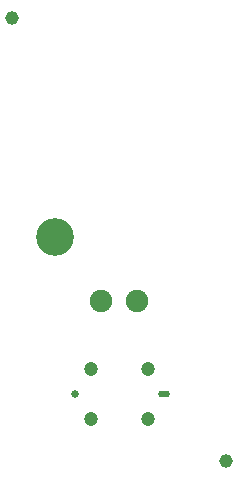
<source format=gbr>
%TF.GenerationSoftware,KiCad,Pcbnew,(6.0.9)*%
%TF.CreationDate,2022-12-23T14:19:27+01:00*%
%TF.ProjectId,Gigaset-Debug-Adapter,47696761-7365-4742-9d44-656275672d41,rev?*%
%TF.SameCoordinates,Original*%
%TF.FileFunction,Soldermask,Bot*%
%TF.FilePolarity,Negative*%
%FSLAX46Y46*%
G04 Gerber Fmt 4.6, Leading zero omitted, Abs format (unit mm)*
G04 Created by KiCad (PCBNEW (6.0.9)) date 2022-12-23 14:19:27*
%MOMM*%
%LPD*%
G01*
G04 APERTURE LIST*
%ADD10C,1.900000*%
%ADD11C,1.152000*%
%ADD12C,0.660000*%
%ADD13O,1.000000X0.580000*%
%ADD14C,1.200000*%
%ADD15C,3.200000*%
G04 APERTURE END LIST*
D10*
%TO.C,TP2*%
X82542000Y-67599508D03*
%TD*%
D11*
%TO.C,H4*%
X90100000Y-81100000D03*
%TD*%
%TO.C,H3*%
X72000000Y-43600000D03*
%TD*%
D10*
%TO.C,TP1*%
X79494000Y-67599508D03*
%TD*%
D12*
%TO.C,J1*%
X77300000Y-75439660D03*
D13*
X84800000Y-75439660D03*
D14*
X78650000Y-77589660D03*
X83450000Y-77589660D03*
X83450000Y-73289660D03*
X78650000Y-73289660D03*
%TD*%
D15*
%TO.C,H2*%
X75593215Y-62150000D03*
%TD*%
M02*

</source>
